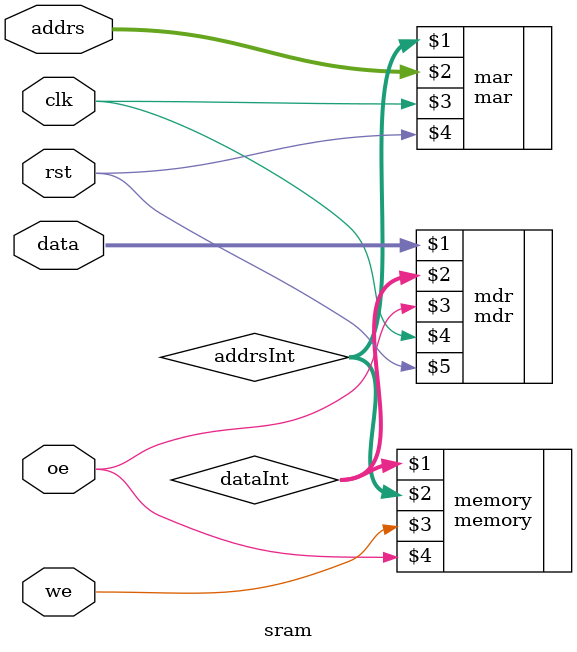
<source format=v>

module sram(data, addrs, we, oe, clk, rst);
	inout[7:0] data;
	input[10:0] addrs;
	input we, oe, clk, rst;

	wire[7:0] dataInt;
	wire[10:0] addrsInt;

	mar mar(addrsInt, addrs, clk, rst);
	memory memory(dataInt, addrsInt, we, oe);
	mdr mdr(data, dataInt, oe, clk, rst);
endmodule
</source>
